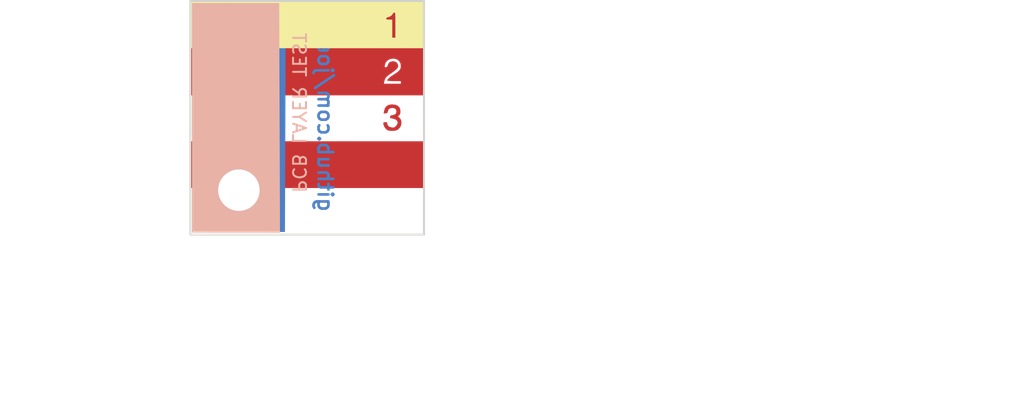
<source format=kicad_pcb>
(kicad_pcb (version 20221018) (generator pcbnew)
  (layers (0 "F.Cu" signal) (31 "B.Cu" signal) (34 "B.Paste" user) (35 "F.Paste" user) (36 "B.SilkS" user "B.Silkscreen") (37 "F.SilkS" user "F.Silkscreen") (38 "B.Mask" user) (39 "F.Mask" user) (44 "Edge.Cuts" user))
  (net 0 "")
  (footprint "LOGO" (layer "F.Cu") (at 43.815 38.1)
    (fp_text reference "G***" hide)
    (fp_text value "LOGO" hide)
    (fp_poly (pts (xy 9.017 -5.376333) (xy -8.974666 -5.376333) (xy -8.974666 -7.65897) (xy 6.096 -7.65897) (xy 6.107117 -7.61184) (xy 6.15368 -7.587291) (xy 6.255513 -7.578403) (xy 6.328834 -7.577666) (xy 6.561667 -7.577666) (xy 6.561667 -6.180666) (xy 6.815667 -6.180666) (xy 6.815667 -7.154333) (xy 6.81542 -7.465458) (xy 6.814081 -7.7021) (xy 6.810754 -7.874439) (xy 6.804542 -7.992658) (xy 6.79455 -8.066941) (xy 6.77988 -8.107468) (xy 6.759637 -8.124423) (xy 6.732923 -8.127988) (xy 6.729952 -8.128) (xy 6.645743 -8.089557) (xy 6.604842 -8.02438) (xy 6.512185 -7.895859) (xy 6.351347 -7.802907) (xy 6.233584 -7.768958) (xy 6.129483 -7.728936) (xy 6.096042 -7.662168) (xy 6.096 -7.65897) (xy -8.974666 -7.65897) (xy -8.974666 -8.974666) (xy 9.017 -8.974666) (xy 9.017 -5.376333)) (stroke (width 0.01)) (fill solid) (layer "F.SilkS"))
  )
  (footprint "MountingHole:MountingHole_3.2mm_M3" (layer "F.Cu") (at 38.5445 43.688)
    (fp_text reference "REF**" hide)
    (fp_text value "MountingHole_3.2mm_M3")
    (pad "" np_thru_hole circle (at 0 0) (size 3.2 3.2) (drill 3.2) (layers "*.Cu" "*.Mask"))
  )
  (footprint "LOGO" (layer "F.Cu") (at 43.815 38.1)
    (fp_text reference "G***" hide)
    (fp_text value "LOGO" hide)
  )
  (footprint "LOGO" (layer "F.Cu") (at 43.815 38.1)
    (fp_text reference "G***" hide)
    (fp_text value "LOGO" hide)
    (fp_poly (pts (xy 9.017 5.418667) (xy -8.974666 5.418667) (xy -8.974666 1.820334) (xy 9.017 1.820334) (xy 9.017 5.418667)) (stroke (width 0.01)) (fill solid) (layer "F.Cu"))
    (fp_poly (pts (xy 9.017 -1.735666) (xy -8.974666 -1.735666) (xy -8.974666 -2.624666) (xy 5.917244 -2.624666) (xy 7.239 -2.624666) (xy 7.239 -2.836333) (xy 6.709834 -2.836333) (xy 6.505966 -2.839271) (xy 6.339625 -2.847327) (xy 6.226151 -2.859371) (xy 6.180885 -2.874267) (xy 6.180667 -2.875418) (xy 6.216674 -2.957877) (xy 6.316732 -3.067059) (xy 6.468895 -3.192363) (xy 6.66122 -3.323189) (xy 6.736515 -3.368733) (xy 6.959323 -3.513162) (xy 7.110335 -3.64741) (xy 7.199404 -3.783703) (xy 7.236383 -3.934266) (xy 7.238842 -3.992019) (xy 7.201643 -4.209656) (xy 7.096569 -4.384959) (xy 6.934099 -4.507676) (xy 6.72471 -4.567553) (xy 6.646334 -4.571776) (xy 6.406479 -4.536447) (xy 6.210885 -4.435059) (xy 6.068796 -4.274887) (xy 5.989456 -4.063206) (xy 5.987655 -4.053416) (xy 5.974009 -3.950151) (xy 5.991009 -3.905344) (xy 6.050976 -3.894795) (xy 6.06849 -3.894666) (xy 6.143704 -3.908654) (xy 6.190425 -3.965578) (xy 6.222583 -4.06245) (xy 6.297071 -4.225531) (xy 6.419435 -4.322543) (xy 6.598087 -4.359567) (xy 6.634586 -4.360333) (xy 6.815538 -4.32757) (xy 6.94245 -4.22996) (xy 7.01075 -4.081977) (xy 7.019316 -3.966968) (xy 6.979802 -3.855391) (xy 6.884672 -3.737707) (xy 6.726389 -3.604374) (xy 6.519969 -3.460643) (xy 6.302755 -3.309569) (xy 6.149245 -3.180038) (xy 6.046754 -3.057075) (xy 5.982598 -2.925707) (xy 5.94632 -2.783416) (xy 5.917244 -2.624666) (xy -8.974666 -2.624666) (xy -8.974666 -8.974666) (xy 9.017 -8.974666) (xy 9.017 -1.735666)) (stroke (width 0.01)) (fill solid) (layer "F.Cu"))
    (fp_poly (pts (xy 6.810174 -1.002191) (xy 7.001936 -0.920021) (xy 7.128964 -0.783999) (xy 7.190516 -0.594742) (xy 7.196667 -0.497068) (xy 7.183949 -0.345387) (xy 7.138729 -0.242382) (xy 7.101417 -0.19957) (xy 7.006167 -0.105833) (xy 7.125197 0) (xy 7.23127 0.14661) (xy 7.275896 0.327486) (xy 7.261197 0.520971) (xy 7.189298 0.705408) (xy 7.062321 0.859139) (xy 7.039151 0.877834) (xy 6.931651 0.946316) (xy 6.814375 0.984821) (xy 6.6538 1.003307) (xy 6.608672 1.005707) (xy 6.387418 1.002113) (xy 6.229223 0.966003) (xy 6.197878 0.951762) (xy 6.076412 0.854051) (xy 5.970048 0.708313) (xy 5.900144 0.548774) (xy 5.884334 0.44932) (xy 5.894615 0.374647) (xy 5.942229 0.344052) (xy 6.0325 0.338667) (xy 6.132959 0.34683) (xy 6.174032 0.382513) (xy 6.180667 0.43981) (xy 6.218373 0.58393) (xy 6.326391 0.688222) (xy 6.49707 0.745878) (xy 6.529566 0.750307) (xy 6.659098 0.757963) (xy 6.745969 0.735133) (xy 6.830392 0.668663) (xy 6.855979 0.643534) (xy 6.962616 0.494624) (xy 6.989472 0.351377) (xy 6.941269 0.224716) (xy 6.82273 0.125562) (xy 6.638578 0.064837) (xy 6.603425 0.059428) (xy 6.477011 0.039019) (xy 6.415072 0.012821) (xy 6.39774 -0.032391) (xy 6.40066 -0.075569) (xy 6.422463 -0.146903) (xy 6.481885 -0.183015) (xy 6.581905 -0.198992) (xy 6.757079 -0.243767) (xy 6.862792 -0.336279) (xy 6.900232 -0.4776) (xy 6.900334 -0.486833) (xy 6.866691 -0.6318) (xy 6.767769 -0.724155) (xy 6.606572 -0.761339) (xy 6.577008 -0.762) (xy 6.405106 -0.738442) (xy 6.294086 -0.662269) (xy 6.232716 -0.525227) (xy 6.228484 -0.505932) (xy 6.19692 -0.404798) (xy 6.138238 -0.359962) (xy 6.056762 -0.346121) (xy 5.914679 -0.332408) (xy 5.938028 -0.506483) (xy 6.000236 -0.731586) (xy 6.118447 -0.893355) (xy 6.293447 -0.992459) (xy 6.526021 -1.029566) (xy 6.554421 -1.029892) (xy 6.810174 -1.002191)) (stroke (width 0.01)) (fill solid) (layer "F.Cu"))
  )
  (gr_line (start 34.798 47.117) (end 34.798 29.083) (stroke (width 0.15)) (layer "Edge.Cuts"))
  (gr_line (start 34.798 29.083) (end 52.832 29.083) (stroke (width 0.15)) (layer "Edge.Cuts"))
  (gr_line (start 52.832 47.117) (end 34.798 47.117) (stroke (width 0.15)) (layer "Edge.Cuts"))
  (gr_line (start 52.832 29.083) (end 52.832 47.117) (stroke (width 0.15)) (layer "Edge.Cuts"))
  (gr_text "github.com/joem" (at 45.212 37.973 270) (layer "B.Cu") (effects (font (size 1.143 1.143) (thickness 0.2032)) (justify mirror)))
  (gr_text "PCB LAYER TEST" (at 43.18 37.719 270) (layer "B.SilkS") (effects (font (size 1 1)) (justify mirror)))
  (zone (net 0) (net_name "") (layer "B.Cu") (connect_pads (clearance 0)) (min_thickness 0.254) (fill yes (thermal_gap 0) (thermal_bridge_width 0.255))
    (polygon (pts (xy 42.291 29.083) (xy 34.798 29.083) (xy 34.7345 47.117) (xy 42.2275 47.117)))
  )
  (zone (net 0) (net_name "") (layer "B.SilkS") (connect_pads (clearance 0.508)) (min_thickness 0.254) (fill yes (thermal_gap 0.508) (thermal_bridge_width 0.508))
    (polygon (pts (xy 41.783 29.118839) (xy 34.798 29.11475) (xy 34.798 47.08525) (xy 41.8465 47.089339)))
  )
)
</source>
